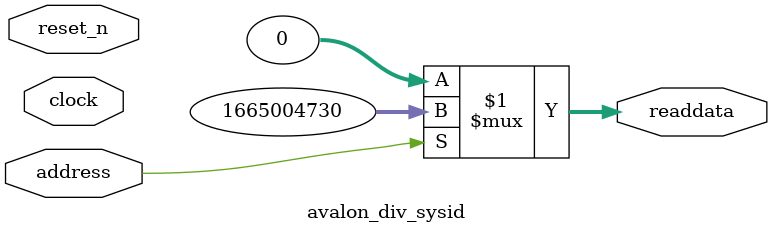
<source format=v>



// synthesis translate_off
`timescale 1ns / 1ps
// synthesis translate_on

// turn off superfluous verilog processor warnings 
// altera message_level Level1 
// altera message_off 10034 10035 10036 10037 10230 10240 10030 

module avalon_div_sysid (
               // inputs:
                address,
                clock,
                reset_n,

               // outputs:
                readdata
             )
;

  output  [ 31: 0] readdata;
  input            address;
  input            clock;
  input            reset_n;

  wire    [ 31: 0] readdata;
  //control_slave, which is an e_avalon_slave
  assign readdata = address ? 1665004730 : 0;

endmodule



</source>
